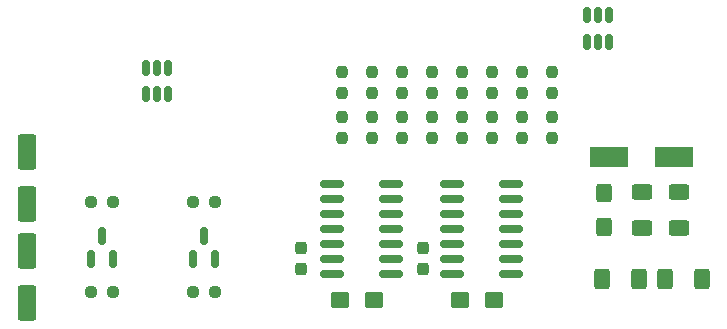
<source format=gtp>
G04 #@! TF.GenerationSoftware,KiCad,Pcbnew,(6.0.4-0)*
G04 #@! TF.CreationDate,2022-04-04T15:41:03+02:00*
G04 #@! TF.ProjectId,EnergyMonitor,456e6572-6779-44d6-9f6e-69746f722e6b,rev?*
G04 #@! TF.SameCoordinates,Original*
G04 #@! TF.FileFunction,Paste,Top*
G04 #@! TF.FilePolarity,Positive*
%FSLAX46Y46*%
G04 Gerber Fmt 4.6, Leading zero omitted, Abs format (unit mm)*
G04 Created by KiCad (PCBNEW (6.0.4-0)) date 2022-04-04 15:41:03*
%MOMM*%
%LPD*%
G01*
G04 APERTURE LIST*
G04 Aperture macros list*
%AMRoundRect*
0 Rectangle with rounded corners*
0 $1 Rounding radius*
0 $2 $3 $4 $5 $6 $7 $8 $9 X,Y pos of 4 corners*
0 Add a 4 corners polygon primitive as box body*
4,1,4,$2,$3,$4,$5,$6,$7,$8,$9,$2,$3,0*
0 Add four circle primitives for the rounded corners*
1,1,$1+$1,$2,$3*
1,1,$1+$1,$4,$5*
1,1,$1+$1,$6,$7*
1,1,$1+$1,$8,$9*
0 Add four rect primitives between the rounded corners*
20,1,$1+$1,$2,$3,$4,$5,0*
20,1,$1+$1,$4,$5,$6,$7,0*
20,1,$1+$1,$6,$7,$8,$9,0*
20,1,$1+$1,$8,$9,$2,$3,0*%
G04 Aperture macros list end*
%ADD10RoundRect,0.150000X-0.825000X-0.150000X0.825000X-0.150000X0.825000X0.150000X-0.825000X0.150000X0*%
%ADD11RoundRect,0.237500X-0.237500X0.250000X-0.237500X-0.250000X0.237500X-0.250000X0.237500X0.250000X0*%
%ADD12RoundRect,0.237500X0.237500X-0.250000X0.237500X0.250000X-0.237500X0.250000X-0.237500X-0.250000X0*%
%ADD13RoundRect,0.250000X-0.400000X-0.625000X0.400000X-0.625000X0.400000X0.625000X-0.400000X0.625000X0*%
%ADD14RoundRect,0.237500X0.237500X-0.300000X0.237500X0.300000X-0.237500X0.300000X-0.237500X-0.300000X0*%
%ADD15RoundRect,0.237500X-0.250000X-0.237500X0.250000X-0.237500X0.250000X0.237500X-0.250000X0.237500X0*%
%ADD16RoundRect,0.250000X0.400000X0.625000X-0.400000X0.625000X-0.400000X-0.625000X0.400000X-0.625000X0*%
%ADD17RoundRect,0.150000X0.150000X-0.587500X0.150000X0.587500X-0.150000X0.587500X-0.150000X-0.587500X0*%
%ADD18RoundRect,0.250000X0.625000X-0.400000X0.625000X0.400000X-0.625000X0.400000X-0.625000X-0.400000X0*%
%ADD19RoundRect,0.250000X0.550000X-1.250000X0.550000X1.250000X-0.550000X1.250000X-0.550000X-1.250000X0*%
%ADD20RoundRect,0.150000X-0.150000X0.512500X-0.150000X-0.512500X0.150000X-0.512500X0.150000X0.512500X0*%
%ADD21RoundRect,0.250000X-0.537500X-0.425000X0.537500X-0.425000X0.537500X0.425000X-0.537500X0.425000X0*%
%ADD22R,3.300000X1.700000*%
%ADD23RoundRect,0.250000X0.425000X-0.537500X0.425000X0.537500X-0.425000X0.537500X-0.425000X-0.537500X0*%
%ADD24RoundRect,0.250000X-0.625000X0.400000X-0.625000X-0.400000X0.625000X-0.400000X0.625000X0.400000X0*%
%ADD25RoundRect,0.250000X-0.550000X1.250000X-0.550000X-1.250000X0.550000X-1.250000X0.550000X1.250000X0*%
G04 APERTURE END LIST*
D10*
X146515000Y-73330000D03*
X146515000Y-74600000D03*
X146515000Y-75870000D03*
X146515000Y-77140000D03*
X146515000Y-78410000D03*
X146515000Y-79680000D03*
X146515000Y-80950000D03*
X151465000Y-80950000D03*
X151465000Y-79680000D03*
X151465000Y-78410000D03*
X151465000Y-77140000D03*
X151465000Y-75870000D03*
X151465000Y-74600000D03*
X151465000Y-73330000D03*
D11*
X157480000Y-67667500D03*
X157480000Y-69492500D03*
D12*
X157480000Y-65682500D03*
X157480000Y-63857500D03*
D13*
X169392000Y-81445000D03*
X172492000Y-81445000D03*
D14*
X154210000Y-80542500D03*
X154210000Y-78817500D03*
D15*
X126087500Y-74930000D03*
X127912500Y-74930000D03*
D12*
X149860000Y-65682500D03*
X149860000Y-63857500D03*
D11*
X152400000Y-67667500D03*
X152400000Y-69492500D03*
D16*
X177826000Y-81445000D03*
X174726000Y-81445000D03*
D12*
X147320000Y-65682500D03*
X147320000Y-63857500D03*
D15*
X126087500Y-82550000D03*
X127912500Y-82550000D03*
D17*
X134686000Y-79677500D03*
X136586000Y-79677500D03*
X135636000Y-77802500D03*
D18*
X172720000Y-77115000D03*
X172720000Y-74015000D03*
D11*
X149860000Y-67667500D03*
X149860000Y-69492500D03*
D12*
X152400000Y-65682500D03*
X152400000Y-63857500D03*
D19*
X120650000Y-83480000D03*
X120650000Y-79080000D03*
D20*
X132649000Y-63505500D03*
X131699000Y-63505500D03*
X130749000Y-63505500D03*
X130749000Y-65780500D03*
X131699000Y-65780500D03*
X132649000Y-65780500D03*
D11*
X147320000Y-67667500D03*
X147320000Y-69492500D03*
D12*
X154940000Y-65682500D03*
X154940000Y-63857500D03*
D11*
X154940000Y-67667500D03*
X154940000Y-69492500D03*
D21*
X157312500Y-83185000D03*
X160187500Y-83185000D03*
D17*
X126050000Y-79677500D03*
X127950000Y-79677500D03*
X127000000Y-77802500D03*
D12*
X160020000Y-65682500D03*
X160020000Y-63857500D03*
D11*
X162560000Y-67667500D03*
X162560000Y-69492500D03*
D22*
X175470000Y-71120000D03*
X169970000Y-71120000D03*
D10*
X156675000Y-73330000D03*
X156675000Y-74600000D03*
X156675000Y-75870000D03*
X156675000Y-77140000D03*
X156675000Y-78410000D03*
X156675000Y-79680000D03*
X156675000Y-80950000D03*
X161625000Y-80950000D03*
X161625000Y-79680000D03*
X161625000Y-78410000D03*
X161625000Y-77140000D03*
X161625000Y-75870000D03*
X161625000Y-74600000D03*
X161625000Y-73330000D03*
D20*
X169950000Y-59060500D03*
X169000000Y-59060500D03*
X168050000Y-59060500D03*
X168050000Y-61335500D03*
X169000000Y-61335500D03*
X169950000Y-61335500D03*
D14*
X143910000Y-80542500D03*
X143910000Y-78817500D03*
D21*
X147152500Y-83185000D03*
X150027500Y-83185000D03*
D23*
X169545000Y-77002500D03*
X169545000Y-74127500D03*
D11*
X165100000Y-67667500D03*
X165100000Y-69492500D03*
D24*
X175895000Y-74015000D03*
X175895000Y-77115000D03*
D15*
X134723500Y-82550000D03*
X136548500Y-82550000D03*
D25*
X120650000Y-70698000D03*
X120650000Y-75098000D03*
D15*
X134723500Y-74930000D03*
X136548500Y-74930000D03*
D12*
X162560000Y-65682500D03*
X162560000Y-63857500D03*
D11*
X160020000Y-67667500D03*
X160020000Y-69492500D03*
D12*
X165100000Y-65682500D03*
X165100000Y-63857500D03*
M02*

</source>
